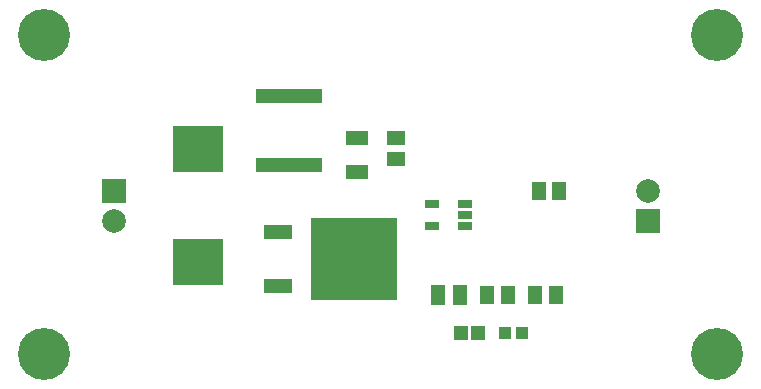
<source format=gts>
G04*
G04 #@! TF.GenerationSoftware,Altium Limited,Altium Designer,18.1.11 (251)*
G04*
G04 Layer_Color=8388736*
%FSLAX25Y25*%
%MOIN*%
G70*
G01*
G75*
%ADD26R,0.04934X0.06509*%
%ADD27R,0.05131X0.06312*%
%ADD28R,0.22060X0.04934*%
%ADD29R,0.29147X0.27572*%
%ADD30R,0.09461X0.04540*%
%ADD31R,0.04737X0.03162*%
%ADD32R,0.04934X0.04737*%
%ADD33R,0.03950X0.03950*%
%ADD34R,0.16784X0.15800*%
%ADD35R,0.06312X0.05131*%
%ADD36R,0.07493X0.05131*%
%ADD37C,0.07887*%
%ADD38R,0.07887X0.07887*%
%ADD39C,0.17335*%
D26*
X154232Y35433D02*
D03*
X146949D02*
D03*
D27*
X170275D02*
D03*
X163386D02*
D03*
X179386D02*
D03*
X186275D02*
D03*
X187500Y69961D02*
D03*
X180610D02*
D03*
D28*
X97441Y78740D02*
D03*
Y101772D02*
D03*
D29*
X118898Y47244D02*
D03*
D30*
X93701Y38268D02*
D03*
Y56221D02*
D03*
D31*
X156020Y58268D02*
D03*
Y62008D02*
D03*
Y65748D02*
D03*
X145193D02*
D03*
Y58268D02*
D03*
D32*
X154626Y22638D02*
D03*
X160335D02*
D03*
D33*
X175197Y22638D02*
D03*
X169291D02*
D03*
D34*
X66929Y84055D02*
D03*
Y46260D02*
D03*
D35*
X132874Y80610D02*
D03*
Y87500D02*
D03*
D36*
X120079Y76476D02*
D03*
Y87500D02*
D03*
D37*
X38976Y59961D02*
D03*
X216929Y69961D02*
D03*
D38*
X38976D02*
D03*
X216929Y59961D02*
D03*
D39*
X240158Y122047D02*
D03*
X15748D02*
D03*
Y15748D02*
D03*
X240158D02*
D03*
M02*

</source>
